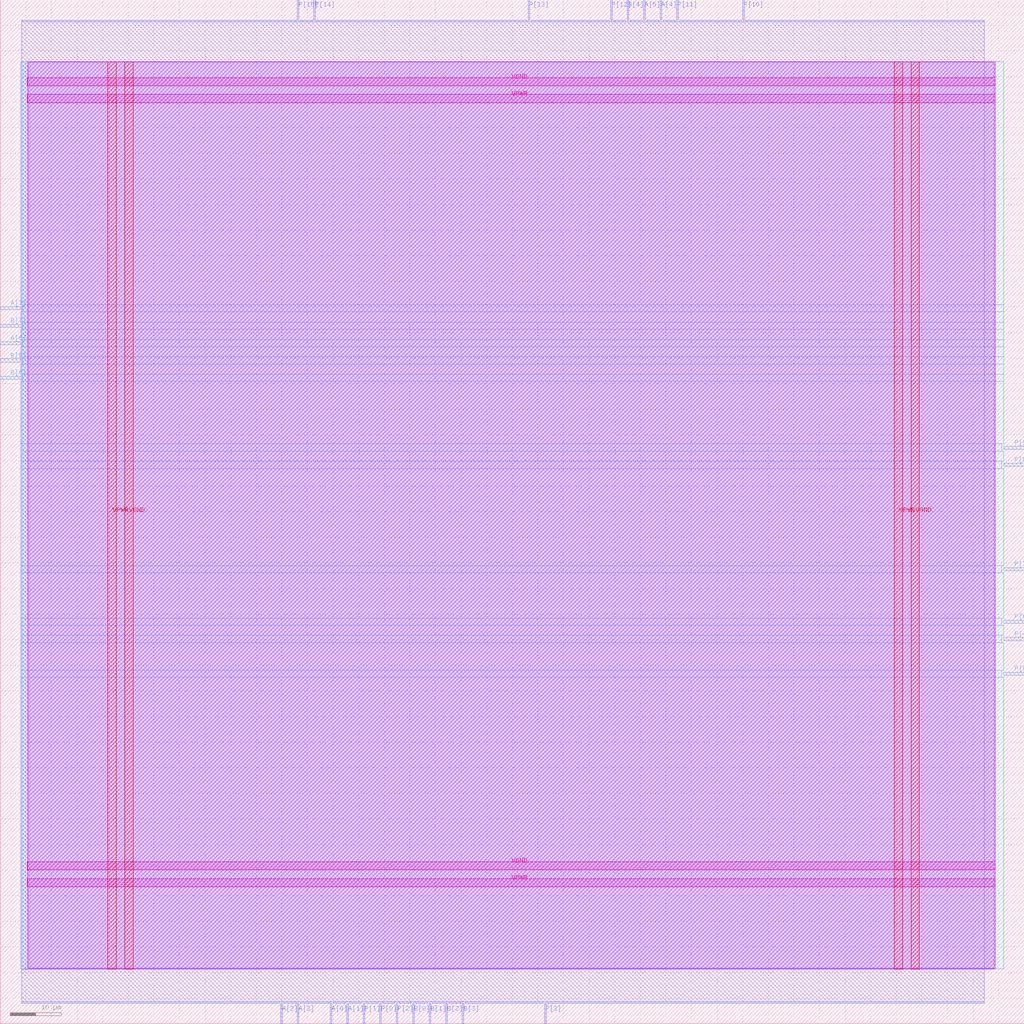
<source format=lef>
VERSION 5.7 ;
  NOWIREEXTENSIONATPIN ON ;
  DIVIDERCHAR "/" ;
  BUSBITCHARS "[]" ;
MACRO mult8_2bits_2op_e2470
  CLASS BLOCK ;
  FOREIGN mult8_2bits_2op_e2470 ;
  ORIGIN 0.000 0.000 ;
  SIZE 200.000 BY 200.000 ;
  PIN A[0]
    DIRECTION INPUT ;
    USE SIGNAL ;
    ANTENNAGATEAREA 0.495000 ;
    PORT
      LAYER met2 ;
        RECT 64.490 0.000 64.770 4.000 ;
    END
  END A[0]
  PIN A[1]
    DIRECTION INPUT ;
    USE SIGNAL ;
    ANTENNAGATEAREA 0.213000 ;
    PORT
      LAYER met2 ;
        RECT 67.710 0.000 67.990 4.000 ;
    END
  END A[1]
  PIN A[2]
    DIRECTION INPUT ;
    USE SIGNAL ;
    ANTENNAGATEAREA 0.247500 ;
    PORT
      LAYER met2 ;
        RECT 54.830 0.000 55.110 4.000 ;
    END
  END A[2]
  PIN A[3]
    DIRECTION INPUT ;
    USE SIGNAL ;
    ANTENNAGATEAREA 0.247500 ;
    PORT
      LAYER met2 ;
        RECT 58.050 0.000 58.330 4.000 ;
    END
  END A[3]
  PIN A[4]
    DIRECTION INPUT ;
    USE SIGNAL ;
    ANTENNAGATEAREA 0.196500 ;
    PORT
      LAYER met2 ;
        RECT 128.890 196.000 129.170 200.000 ;
    END
  END A[4]
  PIN A[5]
    DIRECTION INPUT ;
    USE SIGNAL ;
    ANTENNAGATEAREA 0.213000 ;
    PORT
      LAYER met2 ;
        RECT 125.670 196.000 125.950 200.000 ;
    END
  END A[5]
  PIN A[6]
    DIRECTION INPUT ;
    USE SIGNAL ;
    ANTENNAGATEAREA 0.196500 ;
    PORT
      LAYER met3 ;
        RECT 0.000 132.640 4.000 133.240 ;
    END
  END A[6]
  PIN A[7]
    DIRECTION INPUT ;
    USE SIGNAL ;
    ANTENNAGATEAREA 0.196500 ;
    PORT
      LAYER met3 ;
        RECT 0.000 139.440 4.000 140.040 ;
    END
  END A[7]
  PIN B[0]
    DIRECTION INPUT ;
    USE SIGNAL ;
    ANTENNAGATEAREA 0.213000 ;
    PORT
      LAYER met2 ;
        RECT 80.590 0.000 80.870 4.000 ;
    END
  END B[0]
  PIN B[1]
    DIRECTION INPUT ;
    USE SIGNAL ;
    ANTENNAGATEAREA 0.196500 ;
    PORT
      LAYER met2 ;
        RECT 83.810 0.000 84.090 4.000 ;
    END
  END B[1]
  PIN B[2]
    DIRECTION INPUT ;
    USE SIGNAL ;
    ANTENNAGATEAREA 0.495000 ;
    PORT
      LAYER met2 ;
        RECT 87.030 0.000 87.310 4.000 ;
    END
  END B[2]
  PIN B[3]
    DIRECTION INPUT ;
    USE SIGNAL ;
    ANTENNAGATEAREA 0.495000 ;
    PORT
      LAYER met2 ;
        RECT 90.250 0.000 90.530 4.000 ;
    END
  END B[3]
  PIN B[4]
    DIRECTION INPUT ;
    USE SIGNAL ;
    ANTENNAGATEAREA 0.126000 ;
    PORT
      LAYER met2 ;
        RECT 122.450 196.000 122.730 200.000 ;
    END
  END B[4]
  PIN B[5]
    DIRECTION INPUT ;
    USE SIGNAL ;
    ANTENNAGATEAREA 0.196500 ;
    PORT
      LAYER met3 ;
        RECT 0.000 129.240 4.000 129.840 ;
    END
  END B[5]
  PIN B[6]
    DIRECTION INPUT ;
    USE SIGNAL ;
    ANTENNAGATEAREA 0.213000 ;
    PORT
      LAYER met3 ;
        RECT 0.000 125.840 4.000 126.440 ;
    END
  END B[6]
  PIN B[7]
    DIRECTION INPUT ;
    USE SIGNAL ;
    ANTENNAGATEAREA 0.196500 ;
    PORT
      LAYER met3 ;
        RECT 0.000 136.040 4.000 136.640 ;
    END
  END B[7]
  PIN P[0]
    DIRECTION OUTPUT ;
    USE SIGNAL ;
    ANTENNADIFFAREA 0.445500 ;
    PORT
      LAYER met2 ;
        RECT 74.150 0.000 74.430 4.000 ;
    END
  END P[0]
  PIN P[10]
    DIRECTION OUTPUT ;
    USE SIGNAL ;
    ANTENNADIFFAREA 0.891000 ;
    PORT
      LAYER met2 ;
        RECT 144.990 196.000 145.270 200.000 ;
    END
  END P[10]
  PIN P[11]
    DIRECTION OUTPUT ;
    USE SIGNAL ;
    ANTENNADIFFAREA 1.336500 ;
    PORT
      LAYER met2 ;
        RECT 132.110 196.000 132.390 200.000 ;
    END
  END P[11]
  PIN P[12]
    DIRECTION OUTPUT ;
    USE SIGNAL ;
    ANTENNADIFFAREA 0.891000 ;
    PORT
      LAYER met2 ;
        RECT 119.230 196.000 119.510 200.000 ;
    END
  END P[12]
  PIN P[13]
    DIRECTION OUTPUT ;
    USE SIGNAL ;
    ANTENNADIFFAREA 1.782000 ;
    PORT
      LAYER met2 ;
        RECT 103.130 196.000 103.410 200.000 ;
    END
  END P[13]
  PIN P[14]
    DIRECTION OUTPUT ;
    USE SIGNAL ;
    ANTENNADIFFAREA 0.891000 ;
    PORT
      LAYER met2 ;
        RECT 61.270 196.000 61.550 200.000 ;
    END
  END P[14]
  PIN P[15]
    DIRECTION OUTPUT ;
    USE SIGNAL ;
    ANTENNADIFFAREA 1.336500 ;
    PORT
      LAYER met2 ;
        RECT 58.050 196.000 58.330 200.000 ;
    END
  END P[15]
  PIN P[1]
    DIRECTION OUTPUT ;
    USE SIGNAL ;
    ANTENNADIFFAREA 0.445500 ;
    PORT
      LAYER met2 ;
        RECT 70.930 0.000 71.210 4.000 ;
    END
  END P[1]
  PIN P[2]
    DIRECTION OUTPUT ;
    USE SIGNAL ;
    ANTENNADIFFAREA 0.445500 ;
    PORT
      LAYER met2 ;
        RECT 77.370 0.000 77.650 4.000 ;
    END
  END P[2]
  PIN P[3]
    DIRECTION OUTPUT ;
    USE SIGNAL ;
    ANTENNADIFFAREA 0.445500 ;
    PORT
      LAYER met2 ;
        RECT 106.350 0.000 106.630 4.000 ;
    END
  END P[3]
  PIN P[4]
    DIRECTION OUTPUT ;
    USE SIGNAL ;
    ANTENNADIFFAREA 0.445500 ;
    PORT
      LAYER met3 ;
        RECT 196.000 74.840 200.000 75.440 ;
    END
  END P[4]
  PIN P[5]
    DIRECTION OUTPUT ;
    USE SIGNAL ;
    ANTENNADIFFAREA 0.445500 ;
    PORT
      LAYER met3 ;
        RECT 196.000 68.040 200.000 68.640 ;
    END
  END P[5]
  PIN P[6]
    DIRECTION OUTPUT ;
    USE SIGNAL ;
    ANTENNADIFFAREA 1.336500 ;
    PORT
      LAYER met3 ;
        RECT 196.000 78.240 200.000 78.840 ;
    END
  END P[6]
  PIN P[7]
    DIRECTION OUTPUT ;
    USE SIGNAL ;
    ANTENNADIFFAREA 0.891000 ;
    PORT
      LAYER met3 ;
        RECT 196.000 88.440 200.000 89.040 ;
    END
  END P[7]
  PIN P[8]
    DIRECTION OUTPUT ;
    USE SIGNAL ;
    ANTENNADIFFAREA 0.891000 ;
    PORT
      LAYER met3 ;
        RECT 196.000 108.840 200.000 109.440 ;
    END
  END P[8]
  PIN P[9]
    DIRECTION OUTPUT ;
    USE SIGNAL ;
    ANTENNADIFFAREA 1.336500 ;
    PORT
      LAYER met3 ;
        RECT 196.000 112.240 200.000 112.840 ;
    END
  END P[9]
  PIN VGND
    DIRECTION INOUT ;
    USE GROUND ;
    PORT
      LAYER met4 ;
        RECT 24.340 10.640 25.940 187.920 ;
    END
    PORT
      LAYER met4 ;
        RECT 177.940 10.640 179.540 187.920 ;
    END
    PORT
      LAYER met5 ;
        RECT 5.280 30.030 194.360 31.630 ;
    END
    PORT
      LAYER met5 ;
        RECT 5.280 183.210 194.360 184.810 ;
    END
  END VGND
  PIN VPWR
    DIRECTION INOUT ;
    USE POWER ;
    PORT
      LAYER met4 ;
        RECT 21.040 10.640 22.640 187.920 ;
    END
    PORT
      LAYER met4 ;
        RECT 174.640 10.640 176.240 187.920 ;
    END
    PORT
      LAYER met5 ;
        RECT 5.280 26.730 194.360 28.330 ;
    END
    PORT
      LAYER met5 ;
        RECT 5.280 179.910 194.360 181.510 ;
    END
  END VPWR
  OBS
      LAYER nwell ;
        RECT 5.330 10.795 194.310 187.870 ;
      LAYER li1 ;
        RECT 5.520 10.795 194.120 187.765 ;
      LAYER met1 ;
        RECT 4.210 10.640 194.120 187.920 ;
      LAYER met2 ;
        RECT 4.230 195.720 57.770 196.000 ;
        RECT 58.610 195.720 60.990 196.000 ;
        RECT 61.830 195.720 102.850 196.000 ;
        RECT 103.690 195.720 118.950 196.000 ;
        RECT 119.790 195.720 122.170 196.000 ;
        RECT 123.010 195.720 125.390 196.000 ;
        RECT 126.230 195.720 128.610 196.000 ;
        RECT 129.450 195.720 131.830 196.000 ;
        RECT 132.670 195.720 144.710 196.000 ;
        RECT 145.550 195.720 192.190 196.000 ;
        RECT 4.230 4.280 192.190 195.720 ;
        RECT 4.230 4.000 54.550 4.280 ;
        RECT 55.390 4.000 57.770 4.280 ;
        RECT 58.610 4.000 64.210 4.280 ;
        RECT 65.050 4.000 67.430 4.280 ;
        RECT 68.270 4.000 70.650 4.280 ;
        RECT 71.490 4.000 73.870 4.280 ;
        RECT 74.710 4.000 77.090 4.280 ;
        RECT 77.930 4.000 80.310 4.280 ;
        RECT 81.150 4.000 83.530 4.280 ;
        RECT 84.370 4.000 86.750 4.280 ;
        RECT 87.590 4.000 89.970 4.280 ;
        RECT 90.810 4.000 106.070 4.280 ;
        RECT 106.910 4.000 192.190 4.280 ;
      LAYER met3 ;
        RECT 3.990 140.440 196.000 187.845 ;
        RECT 4.400 139.040 196.000 140.440 ;
        RECT 3.990 137.040 196.000 139.040 ;
        RECT 4.400 135.640 196.000 137.040 ;
        RECT 3.990 133.640 196.000 135.640 ;
        RECT 4.400 132.240 196.000 133.640 ;
        RECT 3.990 130.240 196.000 132.240 ;
        RECT 4.400 128.840 196.000 130.240 ;
        RECT 3.990 126.840 196.000 128.840 ;
        RECT 4.400 125.440 196.000 126.840 ;
        RECT 3.990 113.240 196.000 125.440 ;
        RECT 3.990 111.840 195.600 113.240 ;
        RECT 3.990 109.840 196.000 111.840 ;
        RECT 3.990 108.440 195.600 109.840 ;
        RECT 3.990 89.440 196.000 108.440 ;
        RECT 3.990 88.040 195.600 89.440 ;
        RECT 3.990 79.240 196.000 88.040 ;
        RECT 3.990 77.840 195.600 79.240 ;
        RECT 3.990 75.840 196.000 77.840 ;
        RECT 3.990 74.440 195.600 75.840 ;
        RECT 3.990 69.040 196.000 74.440 ;
        RECT 3.990 67.640 195.600 69.040 ;
        RECT 3.990 10.715 196.000 67.640 ;
  END
END mult8_2bits_2op_e2470
END LIBRARY


</source>
